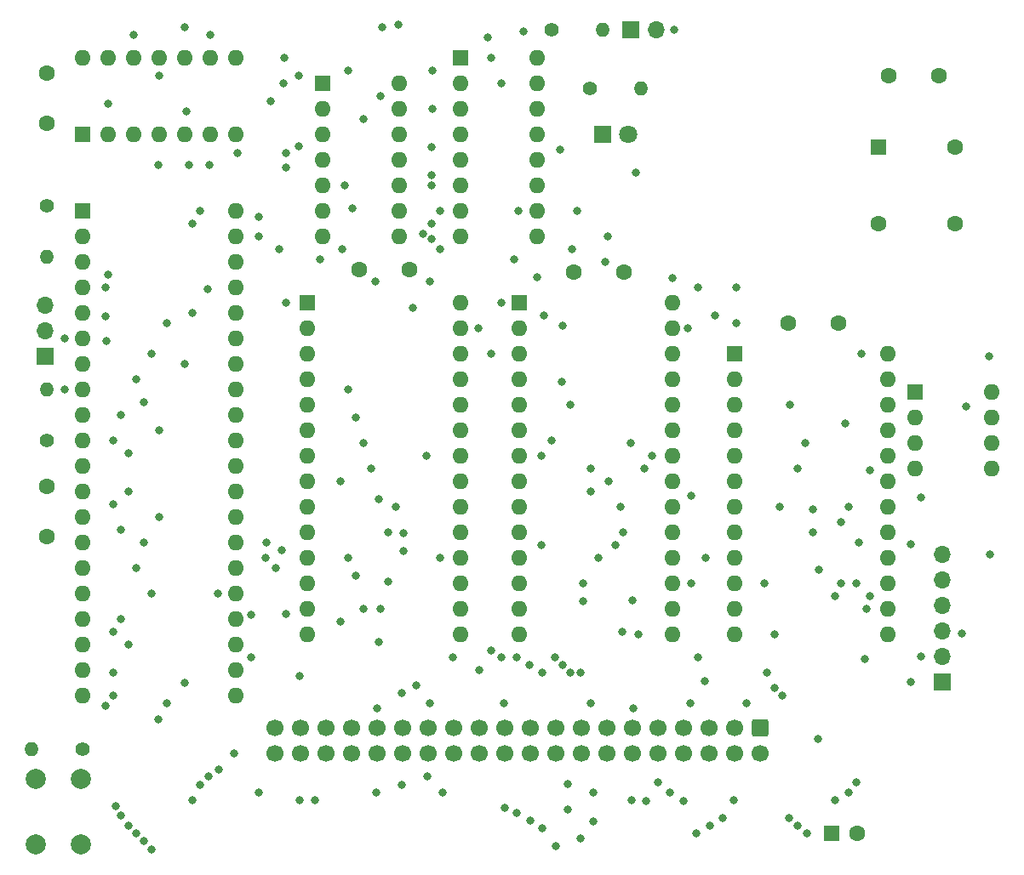
<source format=gts>
%TF.GenerationSoftware,KiCad,Pcbnew,7.0.2-0*%
%TF.CreationDate,2023-05-22T09:33:56+09:00*%
%TF.ProjectId,SBC6808_Rev5,53424336-3830-4385-9f52-6576352e6b69,Rev5*%
%TF.SameCoordinates,PX3e22018PY9119050*%
%TF.FileFunction,Soldermask,Top*%
%TF.FilePolarity,Negative*%
%FSLAX46Y46*%
G04 Gerber Fmt 4.6, Leading zero omitted, Abs format (unit mm)*
G04 Created by KiCad (PCBNEW 7.0.2-0) date 2023-05-22 09:33:56*
%MOMM*%
%LPD*%
G01*
G04 APERTURE LIST*
G04 Aperture macros list*
%AMRoundRect*
0 Rectangle with rounded corners*
0 $1 Rounding radius*
0 $2 $3 $4 $5 $6 $7 $8 $9 X,Y pos of 4 corners*
0 Add a 4 corners polygon primitive as box body*
4,1,4,$2,$3,$4,$5,$6,$7,$8,$9,$2,$3,0*
0 Add four circle primitives for the rounded corners*
1,1,$1+$1,$2,$3*
1,1,$1+$1,$4,$5*
1,1,$1+$1,$6,$7*
1,1,$1+$1,$8,$9*
0 Add four rect primitives between the rounded corners*
20,1,$1+$1,$2,$3,$4,$5,0*
20,1,$1+$1,$4,$5,$6,$7,0*
20,1,$1+$1,$6,$7,$8,$9,0*
20,1,$1+$1,$8,$9,$2,$3,0*%
G04 Aperture macros list end*
%ADD10C,1.400000*%
%ADD11O,1.400000X1.400000*%
%ADD12R,1.800000X1.800000*%
%ADD13C,1.800000*%
%ADD14RoundRect,0.250000X-0.600000X0.600000X-0.600000X-0.600000X0.600000X-0.600000X0.600000X0.600000X0*%
%ADD15C,1.700000*%
%ADD16R,1.600000X1.600000*%
%ADD17O,1.600000X1.600000*%
%ADD18C,1.600000*%
%ADD19C,2.000000*%
%ADD20R,1.700000X1.700000*%
%ADD21O,1.700000X1.700000*%
%ADD22C,0.800000*%
G04 APERTURE END LIST*
D10*
%TO.C,R5*%
X66197000Y84328000D03*
D11*
X71277000Y84328000D03*
%TD*%
D12*
%TO.C,D1*%
X67467000Y79756000D03*
D13*
X70007000Y79756000D03*
%TD*%
D10*
%TO.C,R2*%
X12192000Y72644000D03*
D11*
X12192000Y67564000D03*
%TD*%
D14*
%TO.C,J1*%
X83121500Y20701000D03*
D15*
X83121500Y18161000D03*
X80581500Y20701000D03*
X80581500Y18161000D03*
X78041500Y20701000D03*
X78041500Y18161000D03*
X75501500Y20701000D03*
X75501500Y18161000D03*
X72961500Y20701000D03*
X72961500Y18161000D03*
X70421500Y20701000D03*
X70421500Y18161000D03*
X67881500Y20701000D03*
X67881500Y18161000D03*
X65341500Y20701000D03*
X65341500Y18161000D03*
X62801500Y20701000D03*
X62801500Y18161000D03*
X60261500Y20701000D03*
X60261500Y18161000D03*
X57721500Y20701000D03*
X57721500Y18161000D03*
X55181500Y20701000D03*
X55181500Y18161000D03*
X52641500Y20701000D03*
X52641500Y18161000D03*
X50101500Y20701000D03*
X50101500Y18161000D03*
X47561500Y20701000D03*
X47561500Y18161000D03*
X45021500Y20701000D03*
X45021500Y18161000D03*
X42481500Y20701000D03*
X42481500Y18161000D03*
X39941500Y20701000D03*
X39941500Y18161000D03*
X37401500Y20701000D03*
X37401500Y18161000D03*
X34861500Y20701000D03*
X34861500Y18161000D03*
%TD*%
D10*
%TO.C,R3*%
X15748000Y18542000D03*
D11*
X10668000Y18542000D03*
%TD*%
D16*
%TO.C,U2*%
X15748000Y79756000D03*
D17*
X18288000Y79756000D03*
X20828000Y79756000D03*
X23368000Y79756000D03*
X25908000Y79756000D03*
X28448000Y79756000D03*
X30988000Y79756000D03*
X30988000Y87376000D03*
X28448000Y87376000D03*
X25908000Y87376000D03*
X23368000Y87376000D03*
X20828000Y87376000D03*
X18288000Y87376000D03*
X15748000Y87376000D03*
%TD*%
D16*
%TO.C,U5*%
X53340000Y87376000D03*
D17*
X53340000Y84836000D03*
X53340000Y82296000D03*
X53340000Y79756000D03*
X53340000Y77216000D03*
X53340000Y74676000D03*
X53340000Y72136000D03*
X53340000Y69596000D03*
X60960000Y69596000D03*
X60960000Y72136000D03*
X60960000Y74676000D03*
X60960000Y77216000D03*
X60960000Y79756000D03*
X60960000Y82296000D03*
X60960000Y84836000D03*
X60960000Y87376000D03*
%TD*%
D16*
%TO.C,U4*%
X15748000Y72136000D03*
D17*
X15748000Y69596000D03*
X15748000Y67056000D03*
X15748000Y64516000D03*
X15748000Y61976000D03*
X15748000Y59436000D03*
X15748000Y56896000D03*
X15748000Y54356000D03*
X15748000Y51816000D03*
X15748000Y49276000D03*
X15748000Y46736000D03*
X15748000Y44196000D03*
X15748000Y41656000D03*
X15748000Y39116000D03*
X15748000Y36576000D03*
X15748000Y34036000D03*
X15748000Y31496000D03*
X15748000Y28956000D03*
X15748000Y26416000D03*
X15748000Y23876000D03*
X30988000Y23876000D03*
X30988000Y26416000D03*
X30988000Y28956000D03*
X30988000Y31496000D03*
X30988000Y34036000D03*
X30988000Y36576000D03*
X30988000Y39116000D03*
X30988000Y41656000D03*
X30988000Y44196000D03*
X30988000Y46736000D03*
X30988000Y49276000D03*
X30988000Y51816000D03*
X30988000Y54356000D03*
X30988000Y56896000D03*
X30988000Y59436000D03*
X30988000Y61976000D03*
X30988000Y64516000D03*
X30988000Y67056000D03*
X30988000Y69596000D03*
X30988000Y72136000D03*
%TD*%
D16*
%TO.C,U7*%
X38100000Y62992000D03*
D17*
X38100000Y60452000D03*
X38100000Y57912000D03*
X38100000Y55372000D03*
X38100000Y52832000D03*
X38100000Y50292000D03*
X38100000Y47752000D03*
X38100000Y45212000D03*
X38100000Y42672000D03*
X38100000Y40132000D03*
X38100000Y37592000D03*
X38100000Y35052000D03*
X38100000Y32512000D03*
X38100000Y29972000D03*
X53340000Y29972000D03*
X53340000Y32512000D03*
X53340000Y35052000D03*
X53340000Y37592000D03*
X53340000Y40132000D03*
X53340000Y42672000D03*
X53340000Y45212000D03*
X53340000Y47752000D03*
X53340000Y50292000D03*
X53340000Y52832000D03*
X53340000Y55372000D03*
X53340000Y57912000D03*
X53340000Y60452000D03*
X53340000Y62992000D03*
%TD*%
D16*
%TO.C,U8*%
X59182000Y62992000D03*
D17*
X59182000Y60452000D03*
X59182000Y57912000D03*
X59182000Y55372000D03*
X59182000Y52832000D03*
X59182000Y50292000D03*
X59182000Y47752000D03*
X59182000Y45212000D03*
X59182000Y42672000D03*
X59182000Y40132000D03*
X59182000Y37592000D03*
X59182000Y35052000D03*
X59182000Y32512000D03*
X59182000Y29972000D03*
X74422000Y29972000D03*
X74422000Y32512000D03*
X74422000Y35052000D03*
X74422000Y37592000D03*
X74422000Y40132000D03*
X74422000Y42672000D03*
X74422000Y45212000D03*
X74422000Y47752000D03*
X74422000Y50292000D03*
X74422000Y52832000D03*
X74422000Y55372000D03*
X74422000Y57912000D03*
X74422000Y60452000D03*
X74422000Y62992000D03*
%TD*%
D16*
%TO.C,U6*%
X80645000Y57912000D03*
D17*
X80645000Y55372000D03*
X80645000Y52832000D03*
X80645000Y50292000D03*
X80645000Y47752000D03*
X80645000Y45212000D03*
X80645000Y42672000D03*
X80645000Y40132000D03*
X80645000Y37592000D03*
X80645000Y35052000D03*
X80645000Y32512000D03*
X80645000Y29972000D03*
X95885000Y29972000D03*
X95885000Y32512000D03*
X95885000Y35052000D03*
X95885000Y37592000D03*
X95885000Y40132000D03*
X95885000Y42672000D03*
X95885000Y45212000D03*
X95885000Y47752000D03*
X95885000Y50292000D03*
X95885000Y52832000D03*
X95885000Y55372000D03*
X95885000Y57912000D03*
%TD*%
D10*
%TO.C,R1*%
X12192000Y49276000D03*
D11*
X12192000Y54356000D03*
%TD*%
D18*
%TO.C,C2*%
X12192000Y85852000D03*
X12192000Y80852000D03*
%TD*%
%TO.C,C3*%
X90932000Y60960000D03*
X85932000Y60960000D03*
%TD*%
%TO.C,C4*%
X48260000Y66294000D03*
X43260000Y66294000D03*
%TD*%
%TO.C,C5*%
X69596000Y66040000D03*
X64596000Y66040000D03*
%TD*%
%TO.C,C7*%
X12192000Y44704000D03*
X12192000Y39704000D03*
%TD*%
%TO.C,C6*%
X95955000Y85598000D03*
X100955000Y85598000D03*
%TD*%
D19*
%TO.C,SW1*%
X15621000Y15621000D03*
X15621000Y9121000D03*
X11121000Y15621000D03*
X11121000Y9121000D03*
%TD*%
D16*
%TO.C,C1*%
X90297000Y10160000D03*
D18*
X92797000Y10160000D03*
%TD*%
D16*
%TO.C,X1*%
X94899000Y78486000D03*
D18*
X94899000Y70866000D03*
X102519000Y70866000D03*
X102519000Y78486000D03*
%TD*%
D20*
%TO.C,JP1*%
X12065000Y57658000D03*
D21*
X12065000Y60198000D03*
X12065000Y62738000D03*
%TD*%
D16*
%TO.C,U3*%
X98552000Y54102000D03*
D17*
X98552000Y51562000D03*
X98552000Y49022000D03*
X98552000Y46482000D03*
X106172000Y46482000D03*
X106172000Y49022000D03*
X106172000Y51562000D03*
X106172000Y54102000D03*
%TD*%
D20*
%TO.C,J3*%
X70256000Y90170000D03*
D21*
X72796000Y90170000D03*
%TD*%
D16*
%TO.C,U1*%
X39634000Y84841000D03*
D17*
X39634000Y82301000D03*
X39634000Y79761000D03*
X39634000Y77221000D03*
X39634000Y74681000D03*
X39634000Y72141000D03*
X39634000Y69601000D03*
X47254000Y69601000D03*
X47254000Y72141000D03*
X47254000Y74681000D03*
X47254000Y77221000D03*
X47254000Y79761000D03*
X47254000Y82301000D03*
X47254000Y84841000D03*
%TD*%
D10*
%TO.C,R4*%
X62387000Y90170000D03*
D11*
X67467000Y90170000D03*
%TD*%
D20*
%TO.C,J2*%
X101295200Y25273000D03*
D21*
X101295200Y27813000D03*
X101295200Y30353000D03*
X101295200Y32893000D03*
X101295200Y35433000D03*
X101295200Y37973000D03*
%TD*%
D22*
X64927000Y72136000D03*
X106045000Y37973000D03*
X30861000Y18161000D03*
X105918000Y57658000D03*
X80772000Y60960000D03*
X80772000Y64516000D03*
X64419000Y68326000D03*
X59603947Y90025366D03*
X47147000Y90678000D03*
X48592500Y62521500D03*
X74422000Y65443990D03*
X74579000Y90170000D03*
X42200990Y37592000D03*
X51562000Y14224000D03*
X79405000Y11684000D03*
X86009000Y11684000D03*
X66548000Y14224000D03*
X66548000Y11339990D03*
X86106000Y52832000D03*
X67056000Y37592000D03*
X42164000Y54356000D03*
X51308000Y37592000D03*
X87787000Y10160000D03*
X87630000Y49022000D03*
X76839940Y10160000D03*
X43688000Y32512000D03*
X70261000Y49022000D03*
X43688000Y49022000D03*
X70476995Y33405137D03*
X45212000Y43434000D03*
X91971354Y14224000D03*
X45369000Y32512000D03*
X74168000Y14224000D03*
X91948000Y42672000D03*
X89009001Y36466999D03*
X34036000Y39116000D03*
X88900000Y19558000D03*
X33998500Y37592000D03*
X69461500Y30226000D03*
X19558000Y51816000D03*
X19558000Y40386000D03*
X69499000Y40132000D03*
X68072000Y45212000D03*
X23368000Y41656000D03*
X23368000Y50292000D03*
X83820000Y26162000D03*
X83566000Y35052000D03*
X23287665Y21551010D03*
X65278000Y26162000D03*
X21082000Y36576000D03*
X21082000Y55372000D03*
X61468000Y10668000D03*
X21082000Y10160000D03*
X58909329Y12192000D03*
X63500000Y26924000D03*
X19558000Y31496000D03*
X63419205Y55154990D03*
X19558000Y11938000D03*
X60198000Y26924000D03*
X57658000Y23114000D03*
X41402000Y45262020D03*
X41402000Y31242000D03*
X66294000Y46482000D03*
X18796000Y30226000D03*
X66294000Y23114000D03*
X66294000Y44196000D03*
X18796000Y26162000D03*
X55181500Y26479500D03*
X55118000Y60452000D03*
X52578000Y27686000D03*
X57404000Y62992000D03*
X57404000Y84836000D03*
X35971000Y32004000D03*
X57404000Y27686000D03*
X32512000Y31967010D03*
X35971000Y62992000D03*
X32512000Y27686000D03*
X80518000Y13462000D03*
X90581000Y33782000D03*
X91607535Y51017010D03*
X42926000Y51562000D03*
X90581000Y13462000D03*
X42926000Y35814000D03*
X86868000Y10922000D03*
X45198291Y29246990D03*
X86868000Y46482000D03*
X44450000Y46482000D03*
X71664990Y46482000D03*
X71023000Y29972000D03*
X78135000Y10963372D03*
X46117497Y40132000D03*
X75565000Y13425010D03*
X65532000Y35052000D03*
X46131000Y35292488D03*
X88392000Y40132000D03*
X65532000Y33274000D03*
X76327000Y43815000D03*
X76327000Y35052000D03*
X71786499Y13425010D03*
X88392000Y42418000D03*
X47655000Y40094500D03*
X91222990Y35052000D03*
X47655000Y38316500D03*
X72961500Y15303500D03*
X35560000Y38354000D03*
X34955000Y36576000D03*
X92710000Y15240000D03*
X91222990Y41213456D03*
X92710000Y35052000D03*
X18796000Y49276000D03*
X18796000Y42926000D03*
X70358000Y13462000D03*
X38862000Y13462000D03*
X61371000Y38862000D03*
X20320000Y44196000D03*
X61371000Y47752000D03*
X20320000Y48006000D03*
X68737000Y38862000D03*
X21844000Y53086000D03*
X65278000Y9652000D03*
X21844000Y9398000D03*
X21844000Y39116000D03*
X62801500Y8890000D03*
X22606000Y34036000D03*
X22606000Y57912000D03*
X22571428Y8601428D03*
X20320000Y10922000D03*
X64262000Y52832000D03*
X64262000Y26162000D03*
X61468000Y26162000D03*
X20320000Y28956000D03*
X60261500Y11430000D03*
X62387000Y49276000D03*
X57721500Y12736990D03*
X18796000Y23876000D03*
X62738000Y27686000D03*
X19031412Y12926472D03*
X58928000Y27686000D03*
X56388000Y57912000D03*
X56388000Y87376000D03*
X56388000Y28411010D03*
X50546000Y86106000D03*
X35814000Y87376000D03*
X29261387Y16546752D03*
X50546000Y82296000D03*
X35717000Y84836000D03*
X31145000Y77940500D03*
X29210000Y34036000D03*
X36031010Y77941010D03*
X76962000Y27686000D03*
X76962000Y64516000D03*
X93726000Y32512000D03*
X28194000Y64389000D03*
X28321000Y15875000D03*
X20828000Y89662000D03*
X50014598Y15838010D03*
X28448000Y89662000D03*
X93599000Y27559000D03*
X23271000Y76708000D03*
X26670000Y61976000D03*
X50449000Y74676000D03*
X26319000Y76708000D03*
X50449000Y70866000D03*
X37338000Y13462000D03*
X26670000Y13462000D03*
X26670000Y70866000D03*
X98171000Y38989000D03*
X98171000Y25273000D03*
X93218000Y57912000D03*
X92964000Y39116000D03*
X99118840Y43619840D03*
X99187000Y27813000D03*
X103251000Y30099000D03*
X103650999Y52723999D03*
X94089001Y33799999D03*
X94089001Y46337001D03*
X42164000Y86106000D03*
X42575000Y72390000D03*
X45369000Y83566000D03*
X26065000Y82042000D03*
X37241000Y78594001D03*
X23368000Y85598000D03*
X37241000Y85598000D03*
X64008000Y15113000D03*
X27432000Y14986000D03*
X47498000Y14986000D03*
X64008000Y12573000D03*
X27432000Y72136000D03*
X24130000Y60960000D03*
X85344000Y23876000D03*
X85090000Y42672000D03*
X18034000Y64516000D03*
X18034000Y61651499D03*
X24130000Y23114000D03*
X47498000Y24130000D03*
X49617364Y69896424D03*
X50292000Y23114000D03*
X70515000Y22606000D03*
X49941000Y47752000D03*
X72390000Y47752000D03*
X25908000Y56896000D03*
X25908000Y25146000D03*
X25908000Y90424000D03*
X84582000Y29972000D03*
X45593000Y90424000D03*
X84582000Y24638000D03*
X48925000Y24892000D03*
X13970000Y54356000D03*
X13970000Y59436000D03*
X18034000Y22860000D03*
X18132511Y59235859D03*
X45021500Y22669500D03*
X81788000Y23114000D03*
X50449000Y78486000D03*
X63500000Y60706000D03*
X75946000Y60452000D03*
X76226510Y23140510D03*
X63282990Y78232000D03*
X50449000Y75692000D03*
X33274000Y71590500D03*
X44958000Y14224000D03*
X33274000Y14224000D03*
X33274000Y69596000D03*
X51308000Y68326000D03*
X41559000Y68326000D03*
X35306000Y68326000D03*
X51308000Y72136000D03*
X34447000Y83058000D03*
X18288000Y82804000D03*
X58674000Y67310000D03*
X59085000Y72136000D03*
X39370000Y67310000D03*
X77724000Y37592000D03*
X61625000Y61722000D03*
X37338000Y25871010D03*
X78643000Y61722000D03*
X77643205Y25363010D03*
X44861000Y65169000D03*
X41813000Y74676000D03*
X67721000Y67056000D03*
X67975000Y69596000D03*
X50317701Y65155299D03*
X50449000Y69342000D03*
X60960000Y65532000D03*
X18288000Y65786000D03*
X28351000Y76708000D03*
X35971000Y76454000D03*
X70769000Y75946000D03*
X69245000Y42672000D03*
X46893000Y42672000D03*
X43688000Y81280000D03*
X56037000Y89408000D03*
M02*

</source>
